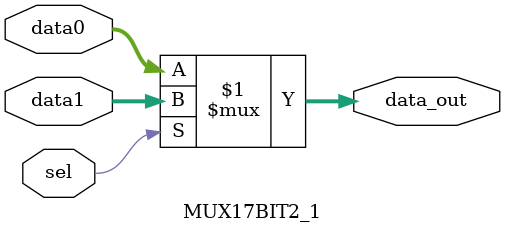
<source format=v>
`timescale 1ns / 1ps



module MUX17BIT2_1(data_out,
                   data0,
                   data1,
                   sel);
parameter n=16;  // multiplicand bits + 1                  
output[n:0] data_out;
input[n:0] data0,        
            data1;
input sel;

assign  data_out=sel?data1:data0;                   
endmodule
</source>
